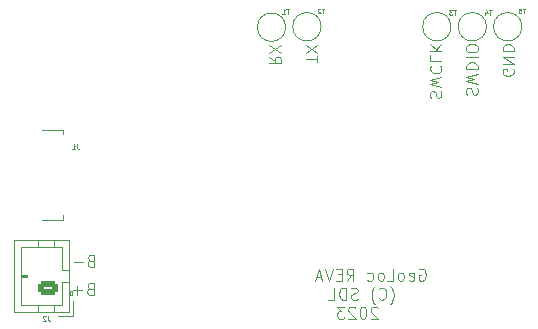
<source format=gbr>
G04 #@! TF.GenerationSoftware,KiCad,Pcbnew,6.0.11-2627ca5db0~126~ubuntu22.04.1*
G04 #@! TF.CreationDate,2023-11-29T16:22:24+00:00*
G04 #@! TF.ProjectId,GeoLoc,47656f4c-6f63-42e6-9b69-6361645f7063,rev?*
G04 #@! TF.SameCoordinates,PX44794c0PY22243c0*
G04 #@! TF.FileFunction,Legend,Bot*
G04 #@! TF.FilePolarity,Positive*
%FSLAX45Y45*%
G04 Gerber Fmt 4.5, Leading zero omitted, Abs format (unit mm)*
G04 Created by KiCad (PCBNEW 6.0.11-2627ca5db0~126~ubuntu22.04.1) date 2023-11-29 16:22:24*
%MOMM*%
%LPD*%
G01*
G04 APERTURE LIST*
G04 Aperture macros list*
%AMRoundRect*
0 Rectangle with rounded corners*
0 $1 Rounding radius*
0 $2 $3 $4 $5 $6 $7 $8 $9 X,Y pos of 4 corners*
0 Add a 4 corners polygon primitive as box body*
4,1,4,$2,$3,$4,$5,$6,$7,$8,$9,$2,$3,0*
0 Add four circle primitives for the rounded corners*
1,1,$1+$1,$2,$3*
1,1,$1+$1,$4,$5*
1,1,$1+$1,$6,$7*
1,1,$1+$1,$8,$9*
0 Add four rect primitives between the rounded corners*
20,1,$1+$1,$2,$3,$4,$5,0*
20,1,$1+$1,$4,$5,$6,$7,0*
20,1,$1+$1,$6,$7,$8,$9,0*
20,1,$1+$1,$8,$9,$2,$3,0*%
G04 Aperture macros list end*
%ADD10C,0.100000*%
%ADD11C,0.120000*%
%ADD12RoundRect,0.250000X0.625000X-0.350000X0.625000X0.350000X-0.625000X0.350000X-0.625000X-0.350000X0*%
%ADD13O,1.750000X1.200000*%
%ADD14C,4.400000*%
%ADD15R,1.380000X0.450000*%
%ADD16R,0.900000X1.800000*%
%ADD17R,1.300000X1.650000*%
%ADD18R,1.550000X1.425000*%
%ADD19R,0.900000X1.750000*%
%ADD20C,2.000000*%
%ADD21C,0.400000*%
G04 APERTURE END LIST*
D10*
X666762Y-2179857D02*
X652476Y-2184619D01*
X647714Y-2189381D01*
X642952Y-2198905D01*
X642952Y-2213190D01*
X647714Y-2222714D01*
X652476Y-2227476D01*
X662000Y-2232238D01*
X700095Y-2232238D01*
X700095Y-2132238D01*
X666762Y-2132238D01*
X657238Y-2137000D01*
X652476Y-2141762D01*
X647714Y-2151286D01*
X647714Y-2160810D01*
X652476Y-2170333D01*
X657238Y-2175095D01*
X666762Y-2179857D01*
X700095Y-2179857D01*
X600095Y-2194143D02*
X523905Y-2194143D01*
X4246400Y-560071D02*
X4250924Y-569595D01*
X4250924Y-583881D01*
X4246400Y-598167D01*
X4237352Y-607690D01*
X4228305Y-612452D01*
X4210210Y-617214D01*
X4196638Y-617214D01*
X4178543Y-612452D01*
X4169495Y-607690D01*
X4160448Y-598167D01*
X4155924Y-583881D01*
X4155924Y-574357D01*
X4160448Y-560071D01*
X4164971Y-555310D01*
X4196638Y-555310D01*
X4196638Y-574357D01*
X4155924Y-512452D02*
X4250924Y-512452D01*
X4155924Y-455309D01*
X4250924Y-455309D01*
X4155924Y-407690D02*
X4250924Y-407690D01*
X4250924Y-383881D01*
X4246400Y-369595D01*
X4237352Y-360071D01*
X4228305Y-355309D01*
X4210210Y-350548D01*
X4196638Y-350548D01*
X4178543Y-355309D01*
X4169495Y-360071D01*
X4160448Y-369595D01*
X4155924Y-383881D01*
X4155924Y-407690D01*
X3854548Y-774357D02*
X3850024Y-760071D01*
X3850024Y-736262D01*
X3854548Y-726738D01*
X3859071Y-721976D01*
X3868119Y-717214D01*
X3877167Y-717214D01*
X3886214Y-721976D01*
X3890738Y-726738D01*
X3895262Y-736262D01*
X3899786Y-755309D01*
X3904309Y-764833D01*
X3908833Y-769595D01*
X3917881Y-774357D01*
X3926928Y-774357D01*
X3935976Y-769595D01*
X3940500Y-764833D01*
X3945024Y-755309D01*
X3945024Y-731500D01*
X3940500Y-717214D01*
X3945024Y-683881D02*
X3850024Y-660071D01*
X3917881Y-641024D01*
X3850024Y-621976D01*
X3945024Y-598167D01*
X3850024Y-560071D02*
X3945024Y-560071D01*
X3945024Y-536262D01*
X3940500Y-521976D01*
X3931452Y-512452D01*
X3922405Y-507690D01*
X3904309Y-502928D01*
X3890738Y-502928D01*
X3872643Y-507690D01*
X3863595Y-512452D01*
X3854548Y-521976D01*
X3850024Y-536262D01*
X3850024Y-560071D01*
X3850024Y-460071D02*
X3945024Y-460071D01*
X3945024Y-393405D02*
X3945024Y-374357D01*
X3940500Y-364833D01*
X3931452Y-355309D01*
X3913357Y-350548D01*
X3881690Y-350548D01*
X3863595Y-355309D01*
X3854548Y-364833D01*
X3850024Y-374357D01*
X3850024Y-393405D01*
X3854548Y-402928D01*
X3863595Y-412452D01*
X3881690Y-417214D01*
X3913357Y-417214D01*
X3931452Y-412452D01*
X3940500Y-402928D01*
X3945024Y-393405D01*
X3548648Y-802928D02*
X3544124Y-788643D01*
X3544124Y-764833D01*
X3548648Y-755309D01*
X3553171Y-750548D01*
X3562219Y-745786D01*
X3571267Y-745786D01*
X3580314Y-750548D01*
X3584838Y-755309D01*
X3589362Y-764833D01*
X3593886Y-783881D01*
X3598409Y-793405D01*
X3602933Y-798167D01*
X3611981Y-802928D01*
X3621028Y-802928D01*
X3630076Y-798167D01*
X3634600Y-793405D01*
X3639124Y-783881D01*
X3639124Y-760071D01*
X3634600Y-745786D01*
X3639124Y-712452D02*
X3544124Y-688643D01*
X3611981Y-669595D01*
X3544124Y-650548D01*
X3639124Y-626738D01*
X3553171Y-531500D02*
X3548648Y-536262D01*
X3544124Y-550548D01*
X3544124Y-560071D01*
X3548648Y-574357D01*
X3557695Y-583881D01*
X3566743Y-588643D01*
X3584838Y-593405D01*
X3598409Y-593405D01*
X3616505Y-588643D01*
X3625552Y-583881D01*
X3634600Y-574357D01*
X3639124Y-560071D01*
X3639124Y-550548D01*
X3634600Y-536262D01*
X3630076Y-531500D01*
X3544124Y-441024D02*
X3544124Y-488643D01*
X3639124Y-488643D01*
X3544124Y-407690D02*
X3639124Y-407690D01*
X3544124Y-350548D02*
X3598409Y-393405D01*
X3639124Y-350548D02*
X3584838Y-407690D01*
X2583974Y-501405D02*
X2583974Y-444262D01*
X2488974Y-472833D02*
X2583974Y-472833D01*
X2583974Y-420452D02*
X2488974Y-353786D01*
X2583974Y-353786D02*
X2488974Y-420452D01*
X2183074Y-453786D02*
X2228312Y-487119D01*
X2183074Y-510928D02*
X2278074Y-510928D01*
X2278074Y-472833D01*
X2273550Y-463309D01*
X2269026Y-458548D01*
X2259979Y-453786D01*
X2246407Y-453786D01*
X2237360Y-458548D01*
X2232836Y-463309D01*
X2228312Y-472833D01*
X2228312Y-510928D01*
X2278074Y-420452D02*
X2183074Y-353786D01*
X2278074Y-353786D02*
X2183074Y-420452D01*
X3450524Y-2254000D02*
X3460048Y-2249238D01*
X3474333Y-2249238D01*
X3488619Y-2254000D01*
X3498143Y-2263524D01*
X3502905Y-2273048D01*
X3507667Y-2292095D01*
X3507667Y-2306381D01*
X3502905Y-2325429D01*
X3498143Y-2334952D01*
X3488619Y-2344476D01*
X3474333Y-2349238D01*
X3464809Y-2349238D01*
X3450524Y-2344476D01*
X3445762Y-2339714D01*
X3445762Y-2306381D01*
X3464809Y-2306381D01*
X3364809Y-2344476D02*
X3374333Y-2349238D01*
X3393381Y-2349238D01*
X3402905Y-2344476D01*
X3407667Y-2334952D01*
X3407667Y-2296857D01*
X3402905Y-2287333D01*
X3393381Y-2282571D01*
X3374333Y-2282571D01*
X3364809Y-2287333D01*
X3360048Y-2296857D01*
X3360048Y-2306381D01*
X3407667Y-2315905D01*
X3302905Y-2349238D02*
X3312428Y-2344476D01*
X3317190Y-2339714D01*
X3321952Y-2330190D01*
X3321952Y-2301619D01*
X3317190Y-2292095D01*
X3312428Y-2287333D01*
X3302905Y-2282571D01*
X3288619Y-2282571D01*
X3279095Y-2287333D01*
X3274333Y-2292095D01*
X3269571Y-2301619D01*
X3269571Y-2330190D01*
X3274333Y-2339714D01*
X3279095Y-2344476D01*
X3288619Y-2349238D01*
X3302905Y-2349238D01*
X3179095Y-2349238D02*
X3226714Y-2349238D01*
X3226714Y-2249238D01*
X3131476Y-2349238D02*
X3141000Y-2344476D01*
X3145762Y-2339714D01*
X3150524Y-2330190D01*
X3150524Y-2301619D01*
X3145762Y-2292095D01*
X3141000Y-2287333D01*
X3131476Y-2282571D01*
X3117190Y-2282571D01*
X3107667Y-2287333D01*
X3102905Y-2292095D01*
X3098143Y-2301619D01*
X3098143Y-2330190D01*
X3102905Y-2339714D01*
X3107667Y-2344476D01*
X3117190Y-2349238D01*
X3131476Y-2349238D01*
X3012428Y-2344476D02*
X3021952Y-2349238D01*
X3041000Y-2349238D01*
X3050524Y-2344476D01*
X3055286Y-2339714D01*
X3060048Y-2330190D01*
X3060048Y-2301619D01*
X3055286Y-2292095D01*
X3050524Y-2287333D01*
X3041000Y-2282571D01*
X3021952Y-2282571D01*
X3012428Y-2287333D01*
X2836238Y-2349238D02*
X2869571Y-2301619D01*
X2893381Y-2349238D02*
X2893381Y-2249238D01*
X2855286Y-2249238D01*
X2845762Y-2254000D01*
X2841000Y-2258762D01*
X2836238Y-2268286D01*
X2836238Y-2282571D01*
X2841000Y-2292095D01*
X2845762Y-2296857D01*
X2855286Y-2301619D01*
X2893381Y-2301619D01*
X2793381Y-2296857D02*
X2760048Y-2296857D01*
X2745762Y-2349238D02*
X2793381Y-2349238D01*
X2793381Y-2249238D01*
X2745762Y-2249238D01*
X2717190Y-2249238D02*
X2683857Y-2349238D01*
X2650524Y-2249238D01*
X2621952Y-2320667D02*
X2574333Y-2320667D01*
X2631476Y-2349238D02*
X2598143Y-2249238D01*
X2564810Y-2349238D01*
X3205286Y-2548333D02*
X3210048Y-2543571D01*
X3219571Y-2529286D01*
X3224333Y-2519762D01*
X3229095Y-2505476D01*
X3233857Y-2481667D01*
X3233857Y-2462619D01*
X3229095Y-2438810D01*
X3224333Y-2424524D01*
X3219571Y-2415000D01*
X3210048Y-2400714D01*
X3205286Y-2395952D01*
X3110048Y-2500714D02*
X3114809Y-2505476D01*
X3129095Y-2510238D01*
X3138619Y-2510238D01*
X3152905Y-2505476D01*
X3162428Y-2495952D01*
X3167190Y-2486429D01*
X3171952Y-2467381D01*
X3171952Y-2453095D01*
X3167190Y-2434048D01*
X3162428Y-2424524D01*
X3152905Y-2415000D01*
X3138619Y-2410238D01*
X3129095Y-2410238D01*
X3114809Y-2415000D01*
X3110048Y-2419762D01*
X3076714Y-2548333D02*
X3071952Y-2543571D01*
X3062428Y-2529286D01*
X3057667Y-2519762D01*
X3052905Y-2505476D01*
X3048143Y-2481667D01*
X3048143Y-2462619D01*
X3052905Y-2438810D01*
X3057667Y-2424524D01*
X3062428Y-2415000D01*
X3071952Y-2400714D01*
X3076714Y-2395952D01*
X2929095Y-2505476D02*
X2914809Y-2510238D01*
X2891000Y-2510238D01*
X2881476Y-2505476D01*
X2876714Y-2500714D01*
X2871952Y-2491190D01*
X2871952Y-2481667D01*
X2876714Y-2472143D01*
X2881476Y-2467381D01*
X2891000Y-2462619D01*
X2910048Y-2457857D01*
X2919571Y-2453095D01*
X2924333Y-2448333D01*
X2929095Y-2438810D01*
X2929095Y-2429286D01*
X2924333Y-2419762D01*
X2919571Y-2415000D01*
X2910048Y-2410238D01*
X2886238Y-2410238D01*
X2871952Y-2415000D01*
X2829095Y-2510238D02*
X2829095Y-2410238D01*
X2805286Y-2410238D01*
X2791000Y-2415000D01*
X2781476Y-2424524D01*
X2776714Y-2434048D01*
X2771952Y-2453095D01*
X2771952Y-2467381D01*
X2776714Y-2486429D01*
X2781476Y-2495952D01*
X2791000Y-2505476D01*
X2805286Y-2510238D01*
X2829095Y-2510238D01*
X2681476Y-2510238D02*
X2729095Y-2510238D01*
X2729095Y-2410238D01*
X3098143Y-2580762D02*
X3093381Y-2576000D01*
X3083857Y-2571238D01*
X3060048Y-2571238D01*
X3050524Y-2576000D01*
X3045762Y-2580762D01*
X3041000Y-2590286D01*
X3041000Y-2599810D01*
X3045762Y-2614095D01*
X3102905Y-2671238D01*
X3041000Y-2671238D01*
X2979095Y-2571238D02*
X2969571Y-2571238D01*
X2960048Y-2576000D01*
X2955286Y-2580762D01*
X2950524Y-2590286D01*
X2945762Y-2609333D01*
X2945762Y-2633143D01*
X2950524Y-2652190D01*
X2955286Y-2661714D01*
X2960048Y-2666476D01*
X2969571Y-2671238D01*
X2979095Y-2671238D01*
X2988619Y-2666476D01*
X2993381Y-2661714D01*
X2998143Y-2652190D01*
X3002905Y-2633143D01*
X3002905Y-2609333D01*
X2998143Y-2590286D01*
X2993381Y-2580762D01*
X2988619Y-2576000D01*
X2979095Y-2571238D01*
X2907667Y-2580762D02*
X2902905Y-2576000D01*
X2893381Y-2571238D01*
X2869571Y-2571238D01*
X2860048Y-2576000D01*
X2855286Y-2580762D01*
X2850524Y-2590286D01*
X2850524Y-2599810D01*
X2855286Y-2614095D01*
X2912428Y-2671238D01*
X2850524Y-2671238D01*
X2817190Y-2571238D02*
X2755286Y-2571238D01*
X2788619Y-2609333D01*
X2774333Y-2609333D01*
X2764810Y-2614095D01*
X2760048Y-2618857D01*
X2755286Y-2628381D01*
X2755286Y-2652190D01*
X2760048Y-2661714D01*
X2764810Y-2666476D01*
X2774333Y-2671238D01*
X2802905Y-2671238D01*
X2812428Y-2666476D01*
X2817190Y-2661714D01*
X661762Y-2416857D02*
X647476Y-2421619D01*
X642714Y-2426381D01*
X637952Y-2435905D01*
X637952Y-2450190D01*
X642714Y-2459714D01*
X647476Y-2464476D01*
X657000Y-2469238D01*
X695095Y-2469238D01*
X695095Y-2369238D01*
X661762Y-2369238D01*
X652238Y-2374000D01*
X647476Y-2378762D01*
X642714Y-2388286D01*
X642714Y-2397810D01*
X647476Y-2407333D01*
X652238Y-2412095D01*
X661762Y-2416857D01*
X695095Y-2416857D01*
X595095Y-2431143D02*
X518905Y-2431143D01*
X557000Y-2469238D02*
X557000Y-2393048D01*
X307333Y-2648095D02*
X307333Y-2676667D01*
X309238Y-2682381D01*
X313048Y-2686190D01*
X318762Y-2688095D01*
X322571Y-2688095D01*
X290190Y-2651905D02*
X288286Y-2650000D01*
X284476Y-2648095D01*
X274952Y-2648095D01*
X271143Y-2650000D01*
X269238Y-2651905D01*
X267333Y-2655714D01*
X267333Y-2659524D01*
X269238Y-2665238D01*
X292095Y-2688095D01*
X267333Y-2688095D01*
X552333Y-1196095D02*
X552333Y-1224667D01*
X554238Y-1230381D01*
X558048Y-1234190D01*
X563762Y-1236095D01*
X567571Y-1236095D01*
X512333Y-1236095D02*
X535190Y-1236095D01*
X523762Y-1236095D02*
X523762Y-1196095D01*
X527571Y-1201810D01*
X531381Y-1205619D01*
X535190Y-1207524D01*
X4348476Y-47095D02*
X4325619Y-47095D01*
X4337048Y-87095D02*
X4337048Y-47095D01*
X4293238Y-47095D02*
X4312286Y-47095D01*
X4314190Y-66143D01*
X4312286Y-64238D01*
X4308476Y-62333D01*
X4298952Y-62333D01*
X4295143Y-64238D01*
X4293238Y-66143D01*
X4291333Y-69952D01*
X4291333Y-79476D01*
X4293238Y-83286D01*
X4295143Y-85190D01*
X4298952Y-87095D01*
X4308476Y-87095D01*
X4312286Y-85190D01*
X4314190Y-83286D01*
X4063476Y-58095D02*
X4040619Y-58095D01*
X4052048Y-98095D02*
X4052048Y-58095D01*
X4010143Y-71429D02*
X4010143Y-98095D01*
X4019667Y-56190D02*
X4029190Y-84762D01*
X4004428Y-84762D01*
X3762476Y-58095D02*
X3739619Y-58095D01*
X3751048Y-98095D02*
X3751048Y-58095D01*
X3730095Y-58095D02*
X3705333Y-58095D01*
X3718667Y-73333D01*
X3712952Y-73333D01*
X3709143Y-75238D01*
X3707238Y-77143D01*
X3705333Y-80952D01*
X3705333Y-90476D01*
X3707238Y-94286D01*
X3709143Y-96190D01*
X3712952Y-98095D01*
X3724381Y-98095D01*
X3728190Y-96190D01*
X3730095Y-94286D01*
X2648476Y-47095D02*
X2625619Y-47095D01*
X2637048Y-87095D02*
X2637048Y-47095D01*
X2614190Y-50905D02*
X2612286Y-49000D01*
X2608476Y-47095D01*
X2598952Y-47095D01*
X2595143Y-49000D01*
X2593238Y-50905D01*
X2591333Y-54714D01*
X2591333Y-58524D01*
X2593238Y-64238D01*
X2616095Y-87095D01*
X2591333Y-87095D01*
X2348476Y-51095D02*
X2325619Y-51095D01*
X2337048Y-91095D02*
X2337048Y-51095D01*
X2291333Y-91095D02*
X2314190Y-91095D01*
X2302762Y-91095D02*
X2302762Y-51095D01*
X2306571Y-56809D01*
X2310381Y-60619D01*
X2314190Y-62524D01*
D11*
X508000Y-2470000D02*
X488000Y-2470000D01*
X77000Y-2555000D02*
X77000Y-2065000D01*
X77000Y-2065000D02*
X427000Y-2065000D01*
X227000Y-2616000D02*
X227000Y-2555000D01*
X127000Y-2300000D02*
X77000Y-2300000D01*
X488000Y-2360000D02*
X427000Y-2360000D01*
X427000Y-2555000D02*
X77000Y-2555000D01*
X488000Y-2440000D02*
X508000Y-2440000D01*
X488000Y-2616000D02*
X16000Y-2616000D01*
X488000Y-2004000D02*
X488000Y-2616000D01*
X427000Y-2360000D02*
X427000Y-2555000D01*
X227000Y-2004000D02*
X227000Y-2065000D01*
X427000Y-2065000D02*
X427000Y-2260000D01*
X357000Y-2616000D02*
X357000Y-2555000D01*
X77000Y-2310000D02*
X127000Y-2310000D01*
X127000Y-2320000D02*
X127000Y-2300000D01*
X16000Y-2004000D02*
X488000Y-2004000D01*
X498000Y-2440000D02*
X498000Y-2470000D01*
X427000Y-2260000D02*
X488000Y-2260000D01*
X518000Y-2646000D02*
X393000Y-2646000D01*
X518000Y-2521000D02*
X518000Y-2646000D01*
X16000Y-2616000D02*
X16000Y-2004000D01*
X357000Y-2004000D02*
X357000Y-2065000D01*
X508000Y-2440000D02*
X508000Y-2470000D01*
X77000Y-2320000D02*
X127000Y-2320000D01*
X435000Y-1074000D02*
X435000Y-1112000D01*
X258000Y-1836000D02*
X435000Y-1836000D01*
X435000Y-1074000D02*
X258000Y-1074000D01*
X435000Y-1836000D02*
X435000Y-1798000D01*
X4320000Y-200000D02*
G75*
G03*
X4320000Y-200000I-120000J0D01*
G01*
X4020000Y-200000D02*
G75*
G03*
X4020000Y-200000I-120000J0D01*
G01*
X3720000Y-200000D02*
G75*
G03*
X3720000Y-200000I-120000J0D01*
G01*
X2620000Y-200000D02*
G75*
G03*
X2620000Y-200000I-120000J0D01*
G01*
X2320000Y-204000D02*
G75*
G03*
X2320000Y-204000I-120000J0D01*
G01*
%LPC*%
D12*
X307000Y-2410000D03*
D13*
X307000Y-2210000D03*
D14*
X1200000Y-2625000D03*
X3200000Y-275000D03*
D15*
X410000Y-1585000D03*
X410000Y-1520000D03*
X410000Y-1455000D03*
X410000Y-1390000D03*
X410000Y-1325000D03*
D16*
X94000Y-1570000D03*
D17*
X144000Y-1117500D03*
X144000Y-1792500D03*
D18*
X401500Y-1703750D03*
D19*
X94000Y-1342500D03*
D18*
X401500Y-1206250D03*
D20*
X4200000Y-200000D03*
X3900000Y-200000D03*
X3600000Y-200000D03*
X2500000Y-200000D03*
X2200000Y-204000D03*
D21*
X2900000Y-300000D03*
X2700000Y-300000D03*
X2700000Y-100000D03*
X800000Y-1800000D03*
X800000Y-2200000D03*
X800000Y-2000000D03*
X800000Y-2800000D03*
X800000Y-2400000D03*
X800000Y-2600000D03*
X3600000Y-2300000D03*
X3800000Y-2300000D03*
X3669000Y-2705000D03*
X3664000Y-2456000D03*
X1905304Y-2293388D03*
X1973100Y-2366830D03*
X67000Y-977000D03*
X78000Y-1941000D03*
X356000Y-699000D03*
X635000Y-553000D03*
X1141000Y-234000D03*
X992000Y-234000D03*
X1003000Y-709000D03*
X683000Y-881000D03*
X278000Y-1585000D03*
X928000Y-1263000D03*
X2726000Y-1833000D03*
X2322000Y-1845000D03*
X1536000Y-1052000D03*
X2325000Y-1053000D03*
X1533000Y-1844000D03*
X1741000Y-1511000D03*
X2779000Y-1310000D03*
X2779000Y-1510000D03*
X4100000Y-600000D03*
X4100000Y-400000D03*
X4300000Y-400000D03*
X4300000Y-600000D03*
X2900000Y-100000D03*
X2404305Y-2800000D03*
X2900000Y-2800000D03*
X1600000Y-2800000D03*
X2000000Y-2800000D03*
X2210604Y-2800000D03*
X1800000Y-2800000D03*
X3800000Y-1450000D03*
X3600000Y-1250000D03*
X3600000Y-1650000D03*
X3600000Y-1450000D03*
X3400000Y-1450000D03*
X3800000Y-1250000D03*
X3800000Y-1650000D03*
X3400000Y-1650000D03*
X3400000Y-1250000D03*
X2027000Y-1510000D03*
X1782000Y-1233000D03*
X3046000Y-1031000D03*
X2471000Y-2091350D03*
X3783000Y-2117000D03*
X2537000Y-1307000D03*
X2202000Y-897000D03*
X2138000Y-2530000D03*
X2341000Y-2091350D03*
X1430000Y-2176000D03*
X1879000Y-1724000D03*
X1437269Y-2275686D03*
X1876000Y-1624000D03*
X1891650Y-2115039D03*
X3057000Y-1980000D03*
X1681631Y-2051531D03*
X3250000Y-1504000D03*
X1781550Y-2054030D03*
X3223000Y-1645000D03*
X2619000Y-1722000D03*
X2619000Y-1159000D03*
X2116000Y-1201000D03*
X2004000Y-1193000D03*
X2121176Y-635364D03*
X1495000Y-521000D03*
X2085000Y-423000D03*
X552998Y-1550002D03*
X556000Y-1362000D03*
X927750Y-1642750D03*
X2199000Y-1399000D03*
X2186000Y-1287000D03*
M02*

</source>
